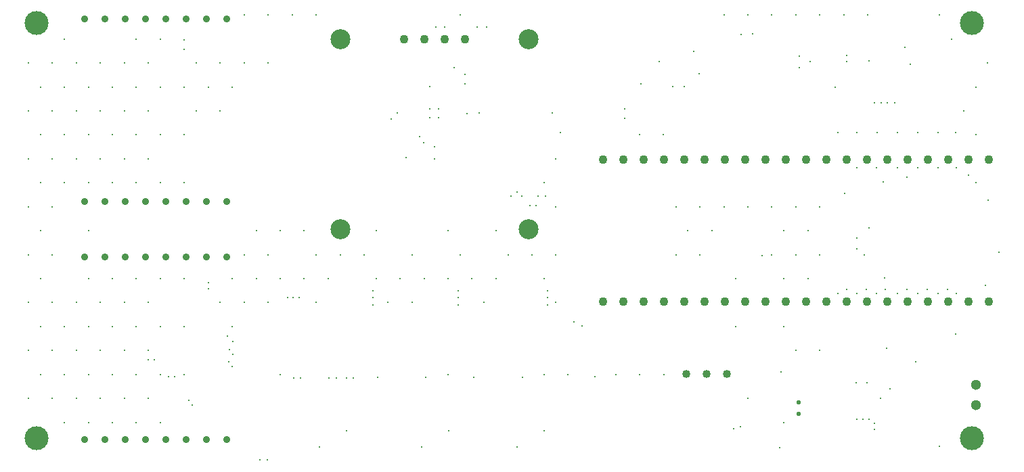
<source format=gbr>
%TF.GenerationSoftware,Altium Limited,Altium Designer,24.9.1 (31)*%
G04 Layer_Color=0*
%FSLAX45Y45*%
%MOMM*%
%TF.SameCoordinates,E868E159-F76C-425E-9157-6F4710699125*%
%TF.FilePolarity,Positive*%
%TF.FileFunction,Plated,1,4,PTH,Drill*%
%TF.Part,Single*%
G01*
G75*
%TA.AperFunction,ComponentDrill*%
%ADD120C,0.55000*%
%ADD121C,1.02000*%
%ADD122C,1.10000*%
%ADD123C,0.88900*%
%ADD124C,1.10000*%
%ADD125C,1.30000*%
%TA.AperFunction,ViaDrill,NotFilled*%
%ADD126C,0.20000*%
%ADD127C,2.50000*%
%ADD128C,3.00000*%
D120*
X4939500Y-4692800D02*
D03*
Y-4552800D02*
D03*
D121*
X3530600Y-4191000D02*
D03*
X3784600D02*
D03*
X4038600D02*
D03*
D122*
X5027234Y-1510748D02*
D03*
X4519234D02*
D03*
X4773234D02*
D03*
X5281234D02*
D03*
X7313234D02*
D03*
X2487234Y-3288748D02*
D03*
X7313234D02*
D03*
X7059234D02*
D03*
X6805234D02*
D03*
X6551234D02*
D03*
X6297234D02*
D03*
X6043234D02*
D03*
X5789234D02*
D03*
X5535234D02*
D03*
X5281234D02*
D03*
X5027234D02*
D03*
X4773234D02*
D03*
X4519234D02*
D03*
X4265234D02*
D03*
X4011234D02*
D03*
X7059234Y-1510748D02*
D03*
X6805234D02*
D03*
X6551234D02*
D03*
X6297234D02*
D03*
X6043234D02*
D03*
X5789234D02*
D03*
X5535234D02*
D03*
X4265234D02*
D03*
X4011234D02*
D03*
X3757234D02*
D03*
X3503234D02*
D03*
X3249234D02*
D03*
X2995234D02*
D03*
X2741234D02*
D03*
X2487234D02*
D03*
X2741234Y-3288748D02*
D03*
X2995234D02*
D03*
X3249234D02*
D03*
X3503234D02*
D03*
X3757234D02*
D03*
D123*
X-2222500Y-5016500D02*
D03*
X-2730500D02*
D03*
X-2984500D02*
D03*
X-3238500D02*
D03*
X-3492500D02*
D03*
X-3746500D02*
D03*
X-4000500D02*
D03*
X-2476500D02*
D03*
Y-2730500D02*
D03*
X-4000500D02*
D03*
X-3746500D02*
D03*
X-3492500D02*
D03*
X-3238500D02*
D03*
X-2984500D02*
D03*
X-2730500D02*
D03*
X-2222500D02*
D03*
Y254000D02*
D03*
X-2730500D02*
D03*
X-2984500D02*
D03*
X-3238500D02*
D03*
X-3492500D02*
D03*
X-3746500D02*
D03*
X-4000500D02*
D03*
X-2476500D02*
D03*
Y-2032000D02*
D03*
X-4000500D02*
D03*
X-3746500D02*
D03*
X-3492500D02*
D03*
X-3238500D02*
D03*
X-2984500D02*
D03*
X-2730500D02*
D03*
X-2222500D02*
D03*
D124*
X762000Y0D02*
D03*
X0D02*
D03*
X508000D02*
D03*
X254000D02*
D03*
D125*
X7153600Y-4333000D02*
D03*
Y-4587000D02*
D03*
D126*
X7299996Y-300002D02*
D03*
X7149996Y-600002D02*
D03*
X6999996Y-900002D02*
D03*
X7149996Y-1200001D02*
D03*
Y-1800001D02*
D03*
X6699997Y299998D02*
D03*
X6849996Y-2D02*
D03*
X6699997Y-5100000D02*
D03*
X5799997Y299998D02*
D03*
X5499997D02*
D03*
X5199997D02*
D03*
Y-2100001D02*
D03*
Y-2700001D02*
D03*
Y-3900001D02*
D03*
X4899997Y299998D02*
D03*
Y-2100001D02*
D03*
X5049997Y-2400001D02*
D03*
X4899997Y-2700001D02*
D03*
X5049997Y-3000001D02*
D03*
X4899997Y-3900001D02*
D03*
X4599997Y299998D02*
D03*
Y-2100001D02*
D03*
X4749997Y-2400001D02*
D03*
X4599997Y-2700001D02*
D03*
X4749997Y-3000001D02*
D03*
Y-3600001D02*
D03*
Y-4800000D02*
D03*
X4299997Y299998D02*
D03*
Y-2100001D02*
D03*
Y-4500000D02*
D03*
X3999997Y299998D02*
D03*
Y-2100001D02*
D03*
X4149997Y-3000001D02*
D03*
Y-3600001D02*
D03*
X3699997Y-2100001D02*
D03*
X3849997Y-2400001D02*
D03*
X3699997Y-2700001D02*
D03*
X3399998Y-2100001D02*
D03*
X3549997Y-2400001D02*
D03*
X3399998Y-2700001D02*
D03*
X3249998Y-4200000D02*
D03*
X2949998Y-1200001D02*
D03*
Y-4200000D02*
D03*
X2649998D02*
D03*
X1899998Y-1500001D02*
D03*
Y-2100001D02*
D03*
Y-2700001D02*
D03*
Y-3300001D02*
D03*
X2049998Y-4200000D02*
D03*
X1749998Y-1800001D02*
D03*
X1599998Y-2700001D02*
D03*
X1749998Y-3000001D02*
D03*
Y-4200000D02*
D03*
X1299998Y-2700001D02*
D03*
X1149998Y-2400001D02*
D03*
Y-3000001D02*
D03*
X999998Y-3300001D02*
D03*
X699998Y299998D02*
D03*
Y-2700001D02*
D03*
X849998Y-3000001D02*
D03*
X549998Y-2400001D02*
D03*
Y-3000001D02*
D03*
Y-4200000D02*
D03*
X99999Y-2700001D02*
D03*
X249998Y-3000001D02*
D03*
X99999Y-3300001D02*
D03*
X-50001Y-3000001D02*
D03*
X-200001Y-3300001D02*
D03*
X-350001Y-2400001D02*
D03*
X-500001Y-2700001D02*
D03*
X-350001Y-3000001D02*
D03*
X-800001Y-2700001D02*
D03*
X-1100001Y299998D02*
D03*
Y-2700001D02*
D03*
X-950001Y-3000001D02*
D03*
X-1100001Y-3300001D02*
D03*
X-1400001Y299998D02*
D03*
X-1250001Y-2400001D02*
D03*
Y-3000001D02*
D03*
X-1700001Y299998D02*
D03*
Y-300002D02*
D03*
X-1550001Y-2400001D02*
D03*
X-1700001Y-2700001D02*
D03*
X-1550001Y-3000001D02*
D03*
X-1700001Y-3300001D02*
D03*
X-1550001Y-4200000D02*
D03*
X-2000001Y299998D02*
D03*
Y-300002D02*
D03*
X-1850001Y-2400001D02*
D03*
X-2000001Y-2700001D02*
D03*
X-1850001Y-3000001D02*
D03*
X-2000001Y-3300001D02*
D03*
X-2300001Y-300002D02*
D03*
X-2150001Y-600002D02*
D03*
X-2300001Y-900002D02*
D03*
X-2150001Y-3000001D02*
D03*
X-2300001Y-3300001D02*
D03*
X-2150001Y-3600001D02*
D03*
X-2600001Y-300002D02*
D03*
X-2450001Y-600002D02*
D03*
X-2600001Y-900002D02*
D03*
X-2750001Y-600002D02*
D03*
Y-1200001D02*
D03*
Y-1800001D02*
D03*
Y-3000001D02*
D03*
Y-3600001D02*
D03*
Y-4200000D02*
D03*
X-3050001Y-2D02*
D03*
X-3200000Y-300002D02*
D03*
X-3050001Y-600002D02*
D03*
X-3200000Y-900002D02*
D03*
X-3050001Y-1200001D02*
D03*
X-3200000Y-1500001D02*
D03*
X-3050001Y-1800001D02*
D03*
Y-3000001D02*
D03*
X-3200000Y-3300001D02*
D03*
X-3050001Y-3600001D02*
D03*
X-3200000Y-3900001D02*
D03*
X-3050001Y-4200000D02*
D03*
X-3200000Y-4500000D02*
D03*
X-3050001Y-4800000D02*
D03*
X-3350000Y-2D02*
D03*
X-3500000Y-300002D02*
D03*
X-3350000Y-600002D02*
D03*
X-3500000Y-900002D02*
D03*
X-3350000Y-1200001D02*
D03*
X-3500000Y-1500001D02*
D03*
X-3350000Y-1800001D02*
D03*
Y-3000001D02*
D03*
X-3500000Y-3300001D02*
D03*
X-3350000Y-3600001D02*
D03*
X-3500000Y-3900001D02*
D03*
X-3350000Y-4200000D02*
D03*
X-3500000Y-4500000D02*
D03*
X-3350000Y-4800000D02*
D03*
X-3800000Y-300002D02*
D03*
X-3650000Y-600002D02*
D03*
X-3800000Y-900002D02*
D03*
X-3650000Y-1200001D02*
D03*
X-3800000Y-1500001D02*
D03*
X-3650000Y-1800001D02*
D03*
Y-3000001D02*
D03*
X-3800000Y-3300001D02*
D03*
X-3650000Y-3600001D02*
D03*
X-3800000Y-3900001D02*
D03*
X-3650000Y-4200000D02*
D03*
X-3800000Y-4500000D02*
D03*
X-3650000Y-4800000D02*
D03*
X-4100000Y-300002D02*
D03*
X-3950000Y-600002D02*
D03*
X-4100000Y-900002D02*
D03*
X-3950000Y-1200001D02*
D03*
X-4100000Y-1500001D02*
D03*
X-3950000Y-1800001D02*
D03*
Y-2400001D02*
D03*
Y-3000001D02*
D03*
X-4100000Y-3300001D02*
D03*
X-3950000Y-3600001D02*
D03*
X-4100000Y-3900001D02*
D03*
X-3950000Y-4200000D02*
D03*
X-4100000Y-4500000D02*
D03*
X-3950000Y-4800000D02*
D03*
X-4250000Y-2D02*
D03*
X-4400000Y-300002D02*
D03*
X-4250000Y-600002D02*
D03*
X-4400000Y-900002D02*
D03*
X-4250000Y-1200001D02*
D03*
X-4400000Y-1500001D02*
D03*
X-4250000Y-1800001D02*
D03*
X-4400000Y-2100001D02*
D03*
Y-2700001D02*
D03*
Y-3300001D02*
D03*
X-4250000Y-3600001D02*
D03*
X-4400000Y-3900001D02*
D03*
X-4250000Y-4200000D02*
D03*
X-4400000Y-4500000D02*
D03*
X-4250000Y-4800000D02*
D03*
X-4700000Y-300002D02*
D03*
X-4550000Y-600002D02*
D03*
X-4700000Y-900002D02*
D03*
X-4550000Y-1200001D02*
D03*
X-4700000Y-1500001D02*
D03*
X-4550000Y-1800001D02*
D03*
X-4700000Y-2100001D02*
D03*
X-4550000Y-2400001D02*
D03*
X-4700000Y-2700001D02*
D03*
X-4550000Y-3000001D02*
D03*
X-4700000Y-3300001D02*
D03*
X-4550000Y-3600001D02*
D03*
X-4700000Y-3900001D02*
D03*
X-4550000Y-4200000D02*
D03*
X-4700000Y-4500000D02*
D03*
X1955800Y-1168400D02*
D03*
X1854200Y-927100D02*
D03*
X25400Y-1485900D02*
D03*
X2226788Y-3589900D02*
D03*
X2120900Y-3539100D02*
D03*
X1333500Y-1968500D02*
D03*
X6896100Y-3695700D02*
D03*
X241300Y-1295400D02*
D03*
X-1803400Y-5270500D02*
D03*
X5994400Y-1790400D02*
D03*
X5816600Y-2362500D02*
D03*
X5664200Y-2489200D02*
D03*
X6019800Y-3136900D02*
D03*
X6794500D02*
D03*
X6540500D02*
D03*
X6286500D02*
D03*
X5778500D02*
D03*
X5537200D02*
D03*
X5905500Y-1612900D02*
D03*
X6680200D02*
D03*
X6426200D02*
D03*
X6172200D02*
D03*
X5664200D02*
D03*
X6908800D02*
D03*
X5422900Y-3187700D02*
D03*
X6908800D02*
D03*
X5664200D02*
D03*
X6172200D02*
D03*
X6426200D02*
D03*
X6680200D02*
D03*
X5905500D02*
D03*
X5918200Y-1168400D02*
D03*
X6896100D02*
D03*
X6680200D02*
D03*
X6426200D02*
D03*
X6172200D02*
D03*
X5664200D02*
D03*
X5422900D02*
D03*
X-717400Y-4909000D02*
D03*
X1752300Y-4909000D02*
D03*
X558500D02*
D03*
X4121850Y-4882700D02*
D03*
X4699000Y-5118100D02*
D03*
X6334150Y-317650D02*
D03*
X5817409Y-277009D02*
D03*
X4943450Y-215450D02*
D03*
X4216550Y60350D02*
D03*
X3689100Y-432999D02*
D03*
X3363930Y-593750D02*
D03*
X2959100Y-558800D02*
D03*
X-87380Y-927100D02*
D03*
X381000Y-1350880D02*
D03*
X785580Y-929800D02*
D03*
X762300Y-444500D02*
D03*
X380209Y-1497809D02*
D03*
X191291Y-1219991D02*
D03*
X-1384300Y-4241800D02*
D03*
X-635000D02*
D03*
X1409700Y-1917700D02*
D03*
X1765300Y-1968500D02*
D03*
X1651000Y-2082800D02*
D03*
X1574800D02*
D03*
X1473200Y-1968500D02*
D03*
X4203700Y-4851400D02*
D03*
X5537200Y-207400D02*
D03*
X2755900Y-876300D02*
D03*
X393700Y152400D02*
D03*
X1028700D02*
D03*
X-2755900Y-127000D02*
D03*
X-2692400Y-4521200D02*
D03*
X-2946400Y-4229100D02*
D03*
X-3200400Y-4013200D02*
D03*
X-2451100Y-3048000D02*
D03*
X-1714500Y-5270500D02*
D03*
X-2197100Y-4038600D02*
D03*
X-2184400Y-3886200D02*
D03*
X-2209800Y-3721100D02*
D03*
X622300Y-355600D02*
D03*
X5394960Y-607060D02*
D03*
X6014720Y-2989580D02*
D03*
X7276000Y-3086900D02*
D03*
X7061200Y-1701800D02*
D03*
X6286500Y-1727200D02*
D03*
X5753100Y-2705100D02*
D03*
X5664200Y-2629200D02*
D03*
X5511800Y-1930400D02*
D03*
X4711700Y-4165600D02*
D03*
X3187700Y-279400D02*
D03*
X4475001Y-2712410D02*
D03*
X7302500Y-2019300D02*
D03*
X7445001Y-2672500D02*
D03*
X5880100Y-4889500D02*
D03*
Y-4813300D02*
D03*
X5664200Y-4762500D02*
D03*
X5956000Y-4495800D02*
D03*
X5740400Y-4762500D02*
D03*
X5816600D02*
D03*
X6032200Y-3873500D02*
D03*
X6078220Y-4378960D02*
D03*
X5651500Y-4305300D02*
D03*
X5791200D02*
D03*
X6400800Y-4038600D02*
D03*
X939800Y-927100D02*
D03*
X762300Y-558800D02*
D03*
X-165400Y-1003300D02*
D03*
X1791700Y-3150700D02*
D03*
Y-3238500D02*
D03*
Y-3328500D02*
D03*
X680900Y-3150208D02*
D03*
Y-3238008D02*
D03*
Y-3328008D02*
D03*
X-387800Y-3327400D02*
D03*
Y-3237400D02*
D03*
Y-3149600D02*
D03*
X-1060000Y-5105400D02*
D03*
X215900Y-5105400D02*
D03*
X1409700D02*
D03*
X-942941Y-4240241D02*
D03*
X-850900Y-4241800D02*
D03*
X-334600Y-4232700D02*
D03*
X1477600D02*
D03*
X871900D02*
D03*
X271100D02*
D03*
X2387600Y-4229100D02*
D03*
X3619500Y-152400D02*
D03*
X3504080Y-596900D02*
D03*
X6261100Y-101300D02*
D03*
X4356400Y63500D02*
D03*
X4940300Y-355600D02*
D03*
X3239366Y-1192934D02*
D03*
X2755900Y-990600D02*
D03*
X433400Y-984800D02*
D03*
X323400D02*
D03*
X433400Y-874800D02*
D03*
X323400D02*
D03*
X-723900Y-4241800D02*
D03*
X-1295400D02*
D03*
X-1316200Y-3238500D02*
D03*
X-1456200D02*
D03*
X-1386200D02*
D03*
X-2654300Y-4584700D02*
D03*
X-2870200Y-4229100D02*
D03*
X-3124200Y-4013200D02*
D03*
X-2146300Y-3784600D02*
D03*
X-2147091Y-4101309D02*
D03*
X1676400Y-1968500D02*
D03*
X-2451100Y-3124200D02*
D03*
X-2146300Y-3949700D02*
D03*
X-2755900Y-12700D02*
D03*
X914400Y152400D02*
D03*
X508000D02*
D03*
X6045200Y-800100D02*
D03*
X317500Y-596900D02*
D03*
X5537200Y-279400D02*
D03*
X5969000Y-800100D02*
D03*
X5880100D02*
D03*
X6134100D02*
D03*
X5082133Y-279712D02*
D03*
D127*
X-793999Y0D02*
D03*
X1555999Y-2379995D02*
D03*
X-793999D02*
D03*
X1555999Y0D02*
D03*
D128*
X-4600000Y-5000000D02*
D03*
Y200000D02*
D03*
X7100000Y-5000000D02*
D03*
Y200000D02*
D03*
%TF.MD5,0ff7fce231e3dfc1efbf761f74e3277a*%
M02*

</source>
